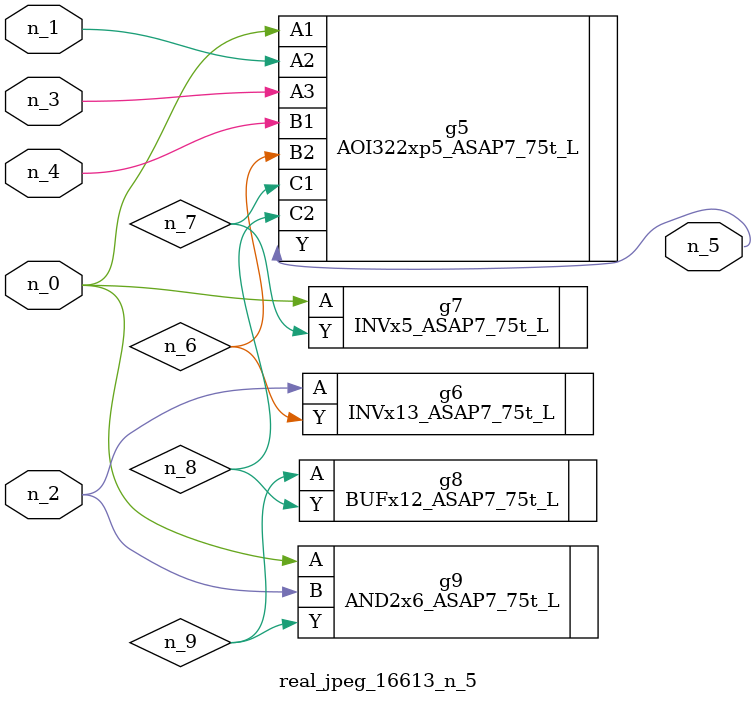
<source format=v>
module real_jpeg_16613_n_5 (n_4, n_0, n_1, n_2, n_3, n_5);

input n_4;
input n_0;
input n_1;
input n_2;
input n_3;

output n_5;

wire n_8;
wire n_6;
wire n_7;
wire n_9;

AOI322xp5_ASAP7_75t_L g5 ( 
.A1(n_0),
.A2(n_1),
.A3(n_3),
.B1(n_4),
.B2(n_6),
.C1(n_7),
.C2(n_8),
.Y(n_5)
);

INVx5_ASAP7_75t_L g7 ( 
.A(n_0),
.Y(n_7)
);

AND2x6_ASAP7_75t_L g9 ( 
.A(n_0),
.B(n_2),
.Y(n_9)
);

INVx13_ASAP7_75t_L g6 ( 
.A(n_2),
.Y(n_6)
);

BUFx12_ASAP7_75t_L g8 ( 
.A(n_9),
.Y(n_8)
);


endmodule
</source>
